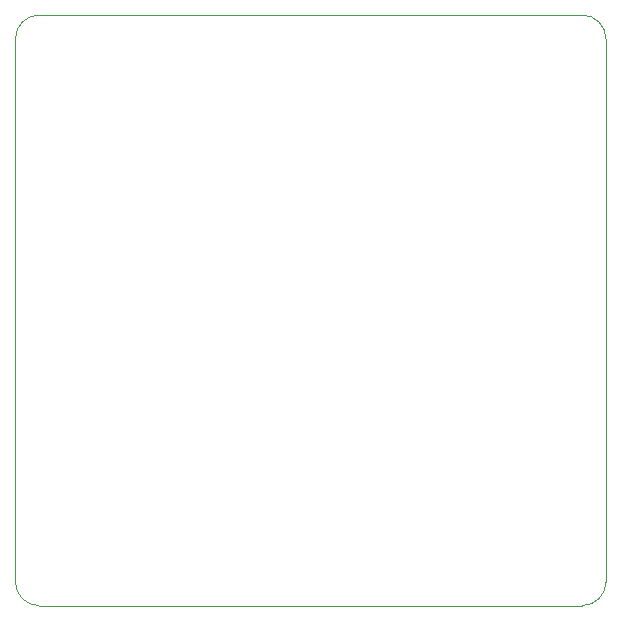
<source format=gbr>
G04 (created by PCBNEW (2013-dec-23)-stable) date Thu 03 Jul 2014 07:48:38 AM MDT*
%MOIN*%
G04 Gerber Fmt 3.4, Leading zero omitted, Abs format*
%FSLAX34Y34*%
G01*
G70*
G90*
G04 APERTURE LIST*
%ADD10C,0.00590551*%
%ADD11C,0.00393701*%
G04 APERTURE END LIST*
G54D10*
G54D11*
X13779Y-6692D02*
X13779Y-24803D01*
X32677Y-5905D02*
X14566Y-5905D01*
X33464Y-24803D02*
X33464Y-6692D01*
X14566Y-25590D02*
X32677Y-25590D01*
X33464Y-6692D02*
G75*
G03X32677Y-5905I-787J0D01*
G74*
G01*
X32677Y-25590D02*
G75*
G03X33464Y-24803I0J787D01*
G74*
G01*
X13779Y-24803D02*
G75*
G03X14566Y-25590I787J0D01*
G74*
G01*
X14566Y-5905D02*
G75*
G03X13779Y-6692I0J-787D01*
G74*
G01*
M02*

</source>
